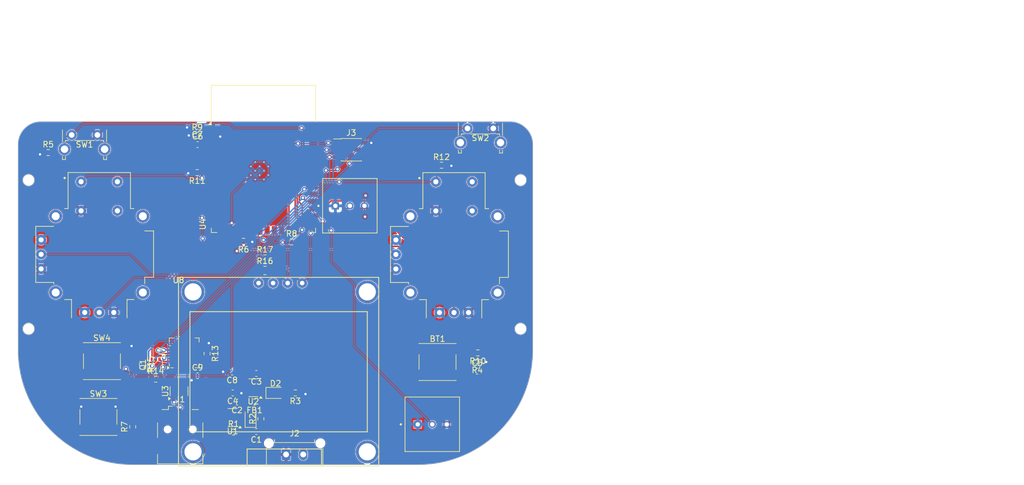
<source format=kicad_pcb>
(kicad_pcb (version 20241229) (generator "pcbnew") (generator_version "9.0")
  (layers (0 "F.Cu" signal) (2 "B.Cu" signal) (13 "F.Paste" user) (15 "B.Paste" user) (5 "F.SilkS" user "F.Silkscreen") (7 "B.SilkS" user "B.Silkscreen") (1 "F.Mask" user) (3 "B.Mask" user) (25 "Edge.Cuts" user))
  (net 0 "")
  (net 1 "VIN")
  (net 2 "GND")
  (net 3 "BT")
  (net 4 "+3.3V")
  (net 5 "EN")
  (net 6 "Net-(D1-A)")
  (net 7 "RX")
  (net 8 "TX")
  (net 9 "Net-(U2-EN)")
  (net 10 "IO13")
  (net 11 "IO15")
  (net 12 "IO12")
  (net 13 "IO35")
  (net 14 "+5V")
  (net 15 "Net-(D2-A)")
  (net 16 "Net-(D1-K)")
  (net 17 "IO5")
  (net 18 "Net-(J1-D+)")
  (net 19 "Net-(Q1A-E1)")
  (net 20 "Net-(Q1B-E2)")
  (net 21 "Net-(Q1A-B1)")
  (net 22 "Net-(Q1B-B2)")
  (net 23 "USBN")
  (net 24 "USBP")
  (net 28 "Net-(J1-D-)")
  (net 29 "IO4")
  (net 30 "IO17")
  (net 31 "IO18")
  (net 32 "Net-(U1-PROG)")
  (net 34 "IO2")
  (net 35 "IO19")
  (net 36 "Net-(U7-~{RST})")
  (net 38 "/STDEsp32/GPIO34")
  (net 42 "IO14")
  (net 43 "/STDEsp32/GPIO32")
  (net 45 "/STDEsp32/GPIO27")
  (net 47 "IO16")
  (net 50 "/STDEsp32/GPIO25")
  (net 51 "SCL")
  (net 52 "/STDEsp32/GPIO23")
  (net 53 "+3V3")
  (net 55 "/STDEsp32/GPIO33")
  (net 56 "/STDEsp32/GPIO26")
  (net 78 "SDA")
  (net 79 "GNDD")
  (footprint "Resistor_SMD:R_0603_1608Metric" (layer "F.Cu") (at 64.2 122.325 -90)
    (property "Reference" "R13")
    (property "Value" "1k")
  )
  (footprint "GL_Diverse:POT-COM_09806" (layer "F.Cu") (at 103.56 134.7)
    (property "Reference" "POT1" (hide yes))
    (property "Value" "COM-09806" (hide yes))
  )
  (footprint "GL_Display:1.3 IIC display" (layer "F.Cu") (at 59.2 109)
    (property "Reference" "U8")
    (property "Value" "OLED128x64")
  )
  (footprint "Package_TO_SOT_SMD:SOT-363_SC-70-6" (layer "F.Cu") (at 55.23 124.27 90)
    (property "Reference" "Q1")
    (property "Value" "BC846BS")
  )
  (footprint "RF_Module:ESP32-WROOM-32" (layer "F.Cu") (at 74.055 91.285)
    (property "Reference" "U4")
    (property "Value" "ESP32-WROOM-32")
  )
  (footprint "Package_TO_SOT_SMD:SOT-23-5" (layer "F.Cu") (at 72.2875 128.3 180)
    (property "Reference" "U2")
    (property "Value" "AP2112K-3.3")
  )
  (footprint "Resistor_SMD:R_0603_1608Metric" (layer "F.Cu") (at 73.6 133.725 90)
    (property "Reference" "R2")
    (property "Value" "330")
  )
  (footprint "Capacitor_SMD:C_0603_1608Metric" (layer "F.Cu") (at 72.8 125.8 180)
    (property "Reference" "C3")
    (property "Value" "1uF")
  )
  (footprint "Button_Switch_THT:SW_Tactile_SPST_Angled_PTS645Vx39-2LFS" (layer "F.Cu") (at 40.525 84.1125)
    (property "Reference" "SW1")
    (property "Value" "SW_Push")
  )
  (footprint "LED_SMD:LED_0805_2012Metric" (layer "F.Cu") (at 76.1625 129.2)
    (property "Reference" "D2")
    (property "Value" "PWR ON")
  )
  (footprint "Resistor_SMD:R_0603_1608Metric" (layer "F.Cu") (at 79.625 129.2 180)
    (property "Reference" "R3")
    (property "Value" "330")
  )
  (footprint "LED_SMD:LED_0805_2012Metric" (layer "F.Cu") (at 71.8 133.5375 90)
    (property "Reference" "D1" (hide yes))
    (property "Value" "Chrg" (hide yes))
  )
  (footprint "Capacitor_SMD:C_0603_1608Metric" (layer "F.Cu") (at 62.525 126.2)
    (property "Reference" "C9")
    (property "Value" "10u")
  )
  (footprint "Inductor_SMD:L_0603_1608Metric" (layer "F.Cu") (at 72.4875 130.8 180)
    (property "Reference" "FB1")
    (property "Value" "Ferrite Bead")
  )
  (footprint "Button_Switch_SMD:SW_SPST_PTS645" (layer "F.Cu") (at 45.2 133.4)
    (property "Reference" "SW3")
    (property "Value" "SW_Push")
  )
  (footprint "Resistor_SMD:R_0603_1608Metric" (layer "F.Cu") (at 51.2 135.125 90)
    (property "Reference" "R7")
    (property "Value" "4.7k")
  )
  (footprint "Capacitor_SMD:C_0603_1608Metric" (layer "F.Cu") (at 72.8 135.95 180)
    (property "Reference" "C1")
    (property "Value" "1uF")
  )
  (footprint "Resistor_SMD:R_0603_1608Metric" (layer "F.Cu") (at 36.425 87.2)
    (property "Reference" "R5")
    (property "Value" "4.7k")
  )
  (footprint "Resistor_SMD:R_0603_1608Metric" (layer "F.Cu") (at 105.175 89.4)
    (property "Reference" "R12")
    (property "Value" "4.7k")
  )
  (footprint "Connector_PinHeader_1.27mm:PinHeader_2x03_P1.27mm_Vertical_SMD" (layer "F.Cu") (at 89.4 86.7)
    (property "Reference" "J3")
    (property "Value" "Prog")
  )
  (footprint "Package_DFN_QFN:QFN-28-1EP_5x5mm_P0.5mm_EP3.35x3.35mm" (layer "F.Cu") (at 60.2 122.2 90)
    (property "Reference" "U7")
    (property "Value" "CP2102N-Axx-xQFN28")
  )
  (footprint "Button_Switch_SMD:SW_SPST_PTS645" (layer "F.Cu") (at 104.48 123.8)
    (property "Reference" "BT1")
    (property "Value" "SW_Push")
  )
  (footprint "Resistor_SMD:R_0603_1608Metric" (layer "F.Cu") (at 52.9 124.2 -90)
    (property "Reference" "R15")
    (property "Value" "10k")
  )
  (footprint "Resistor_SMD:R_0603_1608Metric" (layer "F.Cu") (at 55.225 126.8)
    (property "Reference" "R14")
    (property "Value" "10k")
  )
  (footprint "Connector_Molex:Molex_Micro-Fit_3.0_43650-0215_1x02_P3.00mm_Vertical" (layer "F.Cu") (at 78 139.96)
    (property "Reference" "J2")
    (property "Value" "Bat")
  )
  (footprint "Package_TO_SOT_SMD:SOT-23-6" (layer "F.Cu") (at 59.3 128.9 90)
    (property "Reference" "U3")
    (property "Value" "USBLC6-2SC6")
  )
  (footprint "Capacitor_SMD:C_0603_1608Metric" (layer "F.Cu") (at 68.675 129.2 180)
    (property "Reference" "C4")
    (property "Value" "1uF")
  )
  (footprint "Resistor_SMD:R_0603_1608Metric" (layer "F.Cu") (at 78.975 102.8)
    (property "Reference" "R8")
    (property "Value" "4.7k")
  )
  (footprint "Resistor_SMD:R_0603_1608Metric" (layer "F.Cu") (at 62.475 84.2)
    (property "Reference" "R9")
    (property "Value" "10K")
  )
  (footprint "Capacitor_SMD:C_0603_1608Metric" (layer "F.Cu") (at 111.4 125.4)
    (property "Reference" "C5")
    (property "Value" "0.1uf")
  )
  (footprint "Capacitor_SMD:C_0603_1608Metric" (layer "F.Cu") (at 69.425 130.8 180)
    (property "Reference" "C2")
    (property "Value" "10nF")
  )
  (footprint "Button_Switch_SMD:SW_SPST_PTS645" (layer "F.Cu") (at 45.82 123.65)
    (property "Reference" "SW4")
    (property "Value" "SW_Push")
  )
  (footprint "Capacitor_SMD:C_0603_1608Metric" (layer "F.Cu") (at 68.575 125.55 180)
    (property "Reference" "C8")
    (property "Value" "0.1uf")
  )
  (footprint "Resistor_SMD:R_0603_1608Metric" (layer "F.Cu") (at 68.825 136.05)
    (property "Reference" "R1")
    (property "Value" "2k")
  )
  (footprint "GL_Diverse:POT-COM-09032" (layer "F.Cu") (at 45.35 104.981281)
    (property "Reference" "U5" (hide yes))
    (property "Value" "COM-09032" (hide yes))
  )
  (footprint "Resistor_SMD:R_0603_1608Metric" (layer "F.Cu") (at 62.475 90.7 180)
    (property "Reference" "R11")
    (property "Value" "4.7k")
  )
  (footprint "Capacitor_SMD:C_0603_1608Metric" (layer "F.Cu") (at 62.525 85.8)
    (property "Reference" "C6")
    (property "Value" "0.1uf")
  )
  (footprint "Capacitor_SMD:C_0603_1608Metric" (layer "F.Cu") (at 62.475 82.6 180)
    (property "Reference" "C7")
    (property "Value" "0.1uf")
  )
  (footprint "Resistor_SMD:R_0805_2012Metric" (layer "F.Cu") (at 74.3125 107.8)
    (property "Reference" "R16")
    (property "Value" "10k")
  )
  (footprint "Resistor_SMD:R_0603_1608Metric" (layer "F.Cu") (at 111.525 122.2 180)
    (property "Reference" "R10")
    (property "Value" "10K")
  )
  (footprint "Package_TO_SOT_SMD:SOT-23-5" (layer "F.Cu") (at 68.6625 133.5 180)
    (property "Reference" "U1")
    (property "Value" "MCP73832-2-OT")
  )
  (footprint "Resistor_SMD:R_0603_1608Metric" (layer "F.Cu") (at 70.575 102.7 180)
    (property "Reference" "R6")
    (property "Value" "4.7k")
  )
  (footprint "Resistor_SMD:R_0805_2012Metric" (layer "F.Cu") (at 74.3125 105.8)
    (property "Reference" "R17")
    (property "Value" "10k")
  )
  (footprint "GL_Diverse:POT-COM-09032" (layer "F.Cu") (at 107.36 105)
    (property "Reference" "U6" (hide yes))
    (property "Value" "COM-09032" (hide yes))
  )
  (footprint "Button_Switch_THT:SW_Tactile_SPST_Angled_PTS645Vx39-2LFS" (layer "F.Cu") (at 109.725 82.9625)
    (property "Reference" "SW2")
    (property "Value" "SW_Push")
  )
  (footprint "Resistor_SMD:R_0603_1608Metric" (layer "F.Cu") (at 111.425 123.8 180)
    (property "Reference" "R4")
    (property "Value" "4.7k")
  )
  (footprint "GL_Diverse:POT-COM_09806" (layer "F.Cu") (at 89.16 96.5)
    (property "Reference" "POT2" (hide yes))
    (property "Value" "COM-09806" (hide yes))
  )
  (footprint "Connector_USB:USB_Mini-B_Wuerth_65100516121_Horizontal" (layer "F.Cu") (at 59.5 135.575)
    (property "Reference" "J1")
    (property "Value" "USB_A")
  )
  (gr_circle (center 119 118) (end 120 118) (stroke (width 0.1)) (fill no) (layer "Edge.Cuts"))
  (gr_line (start 121.15 121.765) (end 121.15 85.765) (stroke (width 0.1)) (layer "Edge.Cuts"))
  (gr_arc (start 121.15 121.765) (mid 115.292136 135.907136) (end 101.15 141.765) (stroke (width 0.1)) (layer "Edge.Cuts"))
  (gr_arc (start 31.15 85.765) (mid 32.321573 82.936573) (end 35.15 81.765) (stroke (width 0.1)) (layer "Edge.Cuts"))
  (gr_arc (start 117.15 81.765) (mid 119.978427 82.936573) (end 121.15 85.765) (stroke (width 0.1)) (layer "Edge.Cuts"))
  (gr_arc (start 51.15 141.765) (mid 37.007864 135.907136) (end 31.15 121.765) (stroke (width 0.1)) (layer "Edge.Cuts"))
  (gr_line (start 35.15 81.765) (end 117.15 81.765) (stroke (width 0.1)) (layer "Edge.Cuts"))
  (gr_circle (center 119 92) (end 120 92) (stroke (width 0.1)) (fill no) (layer "Edge.Cuts"))
  (gr_circle (center 33 92) (end 34 92) (stroke (width 0.1)) (fill no) (layer "Edge.Cuts"))
  (gr_circle (center 33 118) (end 34 118) (stroke (width 0.1)) (fill no) (layer "Edge.Cuts"))
  (gr_line (start 31.15 85.765) (end 31.15 121.765) (stroke (width 0.1)) (layer "Edge.Cuts"))
  (gr_line (start 51.15 141.765) (end 101.15 141.765) (stroke (width 0.1)) (layer "Edge.Cuts"))
  (segment (start 74.91 131.9) (end 73.4 131.9) (width 1) (layer "F.Cu") (net 1))
  (segment (start 69.8 131.2) (end 70.2 130.8) (width 0.25) (layer "F.Cu") (net 1))
  (segment (start 81 138) (end 81 139.96) (width 1) (layer "F.Cu") (net 1))
  (segment (start 80.2 137.19) (end 80.2 137.2) (width 1) (layer "F.Cu") (net 1))
  (segment (start 71.7 130.8) (end 70.2 130.8) (width 0.25) (layer "F.Cu") (net 1))
  (segment (start 71.7 130.8) (end 72.8 131.9) (width 0.25) (layer "F.Cu") (net 1))
  (segment (start 80.2 137.19) (end 74.91 131.9) (width 1) (layer "F.Cu") (net 1))
  (segment (start 72.8 131.9) (end 73.4 131.9) (width 0.25) (layer "F.Cu") (net 1))
  (segment (start 80.2 137.2) (end 81 138) (width 1) (layer "F.Cu") (net 1))
  (segment (start 69.8 132.55) (end 69.8 131.2) (width 0.25) (layer "F.Cu") (net 1))
  (segment (start 91.7 98.3) (end 91.8 98.4) (width 0.25) (layer "F.Cu") (net 2))
  (segment (start 91.7 96.5) (end 91.7 98.3) (width 0.25) (layer "F.Cu") (net 2))
  (segment (start 59.4 129.1) (end 60.8 129.1) (width 0.25) (layer "F.Cu") (net 2))
  (segment (start 73.425 128.3) (end 74.325 128.3) (width 0.25) (layer "F.Cu") (net 2))
  (segment (start 68.345 99.655) (end 68.5 99.5) (width 0.25) (layer "F.Cu") (net 2))
  (segment (start 79.775 102.775) (end 79.8 102.8) (width 0.25) (layer "F.Cu") (net 2))
  (segment (start 74.325 128.3) (end 75.225 129.2) (width 0.25) (layer "F.Cu") (net 2))
  (segment (start 72.025 135.95) (end 72.726 135.249) (width 0.25) (layer "F.Cu") (net 2))
  (segment (start 63.25 82.6) (end 63.8 82.6) (width 0.25) (layer "F.Cu") (net 2))
  (segment (start 72.19608 133.5) (end 69.8 133.5) (width 0.25) (layer "F.Cu") (net 2))
  (segment (start 72.726 134.02992) (end 72.19608 133.5) (width 0.25) (layer "F.Cu") (net 2))
  (segment (start 60.3 132.975) (end 61.1 132.975) (width 0.25) (layer "F.Cu") (net 2))
  (segment (start 72.726 135.249) (end 72.726 134.02992) (width 0.25) (layer "F.Cu") (net 2))
  (segment (start 65.305 83.035) (end 64.235 83.035) (width 0.25) (layer "F.Cu") (net 2))
  (segment (start 64.235 83.035) (end 64 82.8) (width 0.25) (layer "F.Cu") (net 2))
  (segment (start 59.3 129.2) (end 59.4 129.1) (width 0.25) (layer "F.Cu") (net 2))
  (segment (start 63.8 82.6) (end 64 82.8) (width 0.25) (layer "F.Cu") (net 2))
  (segment (start 68.345 100.795) (end 68.345 99.655) (width 0.25) (layer "F.Cu") (net 2))
  (segment (start 59.3 130.0375) (end 59.3 129.2) (width 0.25) (layer "F.Cu") (net 2))
  (via (at 91.8 98.4) (size 0.8) (drill 0.4) (layers "F.Cu" "B.Cu") (net 2))
  (via (at 69.4 104.4) (size 0.8) (drill 0.4) (layers "F.Cu" "B.Cu") (net 2))
  (via (at 70.6 103.4) (size 0.8) (drill 0.4) (layers "F.Cu" "B.Cu") (net 2))
  (via (at 68.5 99.5) (size 0.8) (drill 0.4) (layers "F.Cu" "B.Cu") (net 2))
  (via (at 91.9 94.7) (size 0.8) (drill 0.4) (layers "F.Cu" "B.Cu") (net 2))
  (segment (start 74.1375 91.9) (end 72.6125 91.9) (width 0.25) (layer "B.Cu") (net 2))
  (segment (start 72.6125 90.375) (end 71.85 89.6125) (width 0.25) (layer "B.Cu") (net 2))
  (segment (start 73.375 89.6125) (end 72.6125 90.375) (width 0.25) (layer "B.Cu") (net 2))
  (segment (start 69.6 104.4) (end 70.6 103.4) (width 0.25) (layer "B.Cu") (net 2))
  (segment (start 91.7 96.5) (end 91.7 94.9) (width 0.25) (layer "B.Cu") (net 2))
  (segment (start 74.9 91.1375) (end 74.9 89.6125) (width 0.25) (layer "B.Cu") (net 2))
  (segment (start 74.1375 88.85) (end 72.6125 88.85) (width 0.25) (layer "B.Cu") (net 2))
  (segment (start 68.5 99.5) (end 68.5 94.4875) (width 0.25) (layer "B.Cu") (net 2))
  (segment (start 74.1375 90.375) (end 73.375 91.1375) (width 0.25) (layer "B.Cu") (net 2))
  (segment (start 74.1375 91.9) (end 74.9 91.1375) (width 0.25) (layer "B.Cu") (net 2))
  (segment (start 74.9 89.6125) (end 74.1375 88.85) (width 0.25) (layer "B.Cu") (net 2))
  (segment (start 73.375 89.6125) (end 74.1375 90.375) (width 0.25) (layer "B.Cu") (net 2))
  (segment (start 69.4 104.4) (end 69.6 104.4) (width 0.25) (layer "B.Cu") (net 2))
  (segment (start 72.6125 88.85) (end 71.85 89.6125) (width 0.25) (layer "B.Cu") (net 2))
  (segment (start 68.5 94.4875) (end 71.85 91.1375) (width 0.25) (layer "B.Cu") (net 2))
  (segment (start 72.6125 91.9) (end 71.85 91.1375) (width 0.25) (layer "B.Cu") (net 2))
  (segment (start 91.7 94.9) (end 91.9 94.7) (width 0.25) (layer "B.Cu") (net 2))
  (segment (start 82.805 99.545) (end 84.055 99.545) (width 0.25) (layer "F.Cu") (net 3))
  (segment (start 89.1 89.1) (end 91.35 89.1) (width 0.254) (layer "F.Cu") (net 3))
  (segment (start 98.315 123.865) (end 98.315 104.228151) (width 0.25) (layer "F.Cu") (net 3))
  (segment (start 92.479388 103.575) (end 88.449388 99.545) (width 0.25) (layer "F.Cu") (net 3))
  (segment (start 110.7 122.2) (end 110.7 123.7) (width 0.25) (layer "F.Cu") (net 3))
  (segment (start 88.449388 99.545) (end 82.805 99.545) (width 0.25) (layer "F.Cu") (net 3))
  (segment (start 55.88 125.22) (end 55.98 125.22) (width 0.254) (layer "F.Cu") (net 3))
  (segment (start 109.11 125.4) (end 108.46 126.05) (width 0.25) (layer "F.Cu") (net 3))
  (segment (start 98.315 104.228151) (end 97.661849 103.575) (width 0.25) (layer "F.Cu") (net 3))
  (segment (start 110.625 125.4) (end 109.11 125.4) (width 0.25) (layer "F.Cu") (net 3))
  (segment (start 55.98 125.22) (end 56.5 124.7) (width 0.254) (layer "F.Cu") (net 3))
  (segment (start 91.35 89.1) (end 91.35 87.97) (width 0.25) (layer "F.Cu") (net 3))
  (segment (start 97.661849 103.575) (end 92.479388 103.575) (width 0.25) (layer "F.Cu") (net 3))
  (segment (start 110.625 123.825) (end 110.6 123.8) (width 0.25) (layer "F.Cu") (net 3))
  (segment (start 110.7 123.7) (end 110.6 123.8) (width 0.25) (layer "F.Cu") (net 3))
  (segment (start 110.625 125.4) (end 110.625 123.825) (width 0.25) (layer "F.Cu") (net 3))
  (segment (start 108.46 126.05) (end 100.5 126.05) (width 0.25) (layer "F.Cu") (net 3))
  (segment (start 84.055 99.545) (end 84.4 99.2) (width 0.25) (layer "F.Cu") (net 3))
  (segment (start 100.5 126.05) (end 98.315 123.865) (width 0.25) (layer "F.Cu") (net 3))
  (via (at 89.1 89.1) (size 0.8) (drill 0.4) (layers "F.Cu" "B.Cu") (net 3))
  (via (at 84.4 99.2) (size 0.8) (drill 0.4) (layers "F.Cu" "B.Cu") (net 3))
  (via (at 56.5 124.7) (size 0.8) (drill 0.4) (layers "F.Cu" "B.Cu") (net 3))
  (segment (start 83.207276 95.207276) (end 89.1 89.314552) (width 0.254) (layer "B.Cu") (net 3))
  (segment (start 57.327 121.087552) (end 81.807276 96.607276) (width 0.254) (layer "B.Cu") (net 3))
  (segment (start 57.327 123.873) (end 57.327 121.087552) (width 0.254) (layer "B.Cu") (net 3))
  (segment (start 56.5 124.7) (end 57.327 123.873) (width 0.254) (layer "B.Cu") (net 3))
  (segment (start 84.4 99.2) (end 81.807276 96.607276) (width 0.25) (layer "B.Cu") (net 3))
  (segment (start 81.807276 96.607276) (end 83.207276 95.207276) (width 0.254) (layer "B.Cu") (net 3))
  (segment (start 89.1 89.314552) (end 89.1 89.1) (width 0.254) (layer "B.Cu") (net 3))
  (segment (start 71.4 102.7) (end 72 102.7) (width 0.25) (layer "F.Cu") (net 4))
  (segment (start 66.405 84.305) (end 66.5 84.4) (width 0.25) (layer "F.Cu") (net 4))
  (segment (start 50.6 121.4) (end 51 121) (width 0.25) (layer "F.Cu") (net 4))
  (segment (start 61.75 124.7) (end 61.7 124.65) (width 0.25) (layer "F.Cu") (net 4))
  (segment (start 112.25 123.8) (end 112.25 122.3) (width 0.25) (layer "F.Cu") (net 4))
  (segment (start 49.8 121.4) (end 41.84 121.4) (width 0.25) (layer "F.Cu") (net 4))
  (segment (start 112.25 122.3) (end 112.35 122.2) (width 0.25) (layer "F.Cu") (net 4))
  (segment (start 61.65 84.2) (end 61 84.2) (width 0.25) (layer "F.Cu") (net 4))
  (segment (start 67.05 125.55) (end 67 125.5) (width 0.25) (layer "F.Cu") (net 4))
  (segment (start 64.2 120.8) (end 64.5 120.5) (width 0.25) (layer "F.Cu") (net 4))
  (segment (start 35.6 87.2) (end 35.3 87.2) (width 0.25) (layer "F.Cu") (net 4))
  (segment (start 60.9 82.6) (end 60.7 82.8) (width 0.25) (layer "F.Cu") (net 4))
  (segment (start 61.7 82.6) (end 60.9 82.6) (width 0.25) (layer "F.Cu") (net 4))
  (segment (start 61.75 126.2) (end 61.75 126.75) (width 0.25) (layer "F.Cu") (net 4))
  (segment (start 72 102.7) (end 72.1 102.8) (width 0.25) (layer "F.Cu") (net 4))
  (segment (start 91.35 85.43) (end 92.83 85.43) (width 0.25) (layer "F.Cu") (net 4))
  (segment (start 61.75 126.75) (end 61.5 127) (width 0.25) (layer "F.Cu") (net 4))
  (segment (start 35.3 87.2) (end 35 87.5) (width 0.25) (layer "F.Cu") (net 4))
  (segment (start 61.65 90.7) (end 61 90.7) (width 0.25) (layer "F.Cu") (net 4))
  (segment (start 71.15 129.25) (end 70.2 129.25) (width 0.25) (layer "F.Cu") (net 4))
  (segment (start 61 90.7) (end 60.9 90.8) (width 0.25) (layer "F.Cu") (net 4))
  (segment (start 41.75 131.15) (end 42.2 131.6) (width 0.25) (layer "F.Cu") (net 4))
  (segment (start 106.8 89.4) (end 106.9 89.5) (width 0.25) (layer "F.Cu") (net 4))
  (segment (start 48.65 131.15) (end 48.2 131.6) (width 0.25) (layer "F.Cu") (net 4))
  (segment (start 67.8 125.55) (end 67.05 125.55) (width 0.25) (layer "F.Cu") (net 4))
  (segment (start 80.45 129.2) (end 81.2 129.2) (width 0.25) (layer "F.Cu") (net 4))
  (segment (start 61.2 124.65) (end 61.7 124.65) (width 0.25) (layer "F.Cu") (net 4))
  (segment (start 70.15 129.2) (end 70.2 129.25) (width 0.25) (layer "F.Cu") (net 4))
  (segment (start 49.18 131.15) (end 48.65 131.15) (width 0.25) (layer "F.Cu") (net 4))
  (segment (start 92.83 85.43) (end 92.9 85.5) (width 0.25) (layer "F.Cu") (net 4))
  (segment (start 41.22 131.15) (end 41.75 131.15) (width 0.25) (layer "F.Cu") (net 4))
  (segment (start 61.75 126.2) (end 61.75 124.7) (width 0.25) (layer "F.Cu") (net 4))
  (segment (start 112.25 123.8) (end 113 123.8) (width 0.25) (layer "F.Cu") (net 4))
  (segment (start 106 89.4) (end 106.8 89.4) (width 0.25) (layer "F.Cu") (net 4))
  (segment (start 49.8 121.4) (end 50.6 121.4) (width 0.25) (layer "F.Cu") (net 4))
  (segment (start 81.2 129.2) (end 81.4 129.4) (width 0.25) (layer "F.Cu") (net 4))
  (segment (start 64.2 121.5) (end 64.2 120.8) (width 0.25) (layer "F.Cu") (net 4))
  (segment (start 65.305 84.305) (end 66.405 84.305) (width 0.25) (layer "F.Cu") (net 4))
  (segment (start 69.45 129.2) (end 70.15 129.2) (width 0.25) (layer "F.Cu") (net 4))
  (via (at 92.9 85.5) (size 0.8) (drill 0.4) (layers "F.Cu" "B.Cu") (net 4))
  (via (at 72.1 102.8) (size 0.8) (drill 0.4) (layers "F.Cu" "B.Cu") (net 4))
  (via (at 42.2 131.6) (size 0.8) (drill 0.4) (layers "F.Cu" "B.Cu") (net 4))
  (via (at 64.5 120.5) (size 0.8) (drill 0.4) (layers "F.Cu" "B.Cu") (net 4))
  (via (at 51 121) (size 0.8) (drill 0.4) (layers "F.Cu" "B.Cu") (net 4))
  (via (at 70.2 129.25) (size 0.8) (drill 0.4) (layers "F.Cu" "B.Cu") (net 4))
  (via (at 48.2 131.6) (size 0.8) (drill 0.4) (layers "F.Cu" "B.Cu") (net 4))
  (via (at 60.7 82.8) (size 0.8) (drill 0.4) (layers "F.Cu" "B.Cu") (net 4))
  (via (at 35 87.5) (size 0.8) (drill 0.4) (layers "F.Cu" "B.Cu") (net 4))
  (via (at 113 123.8) (size 0.8) (drill 0.4) (layers "F.Cu" "B.Cu") (net 4))
  (via (at 61 84.2) (size 0.8) (drill 0.4) (layers "F.Cu" "B.Cu") (net 4))
  (via (at 81.4 129.4) (size 0.8) (drill 0.4) (layers "F.Cu" "B.Cu") (net 4))
  (via (at 67 125.5) (size 0.8) (drill 0.4) (layers "F.Cu" "B.Cu") (net 4))
  (via (at 66.5 84.4) (size 0.8) (drill 0.4) (layers "F.Cu" "B.Cu") (net 4))
  (via (at 60.9 90.8) (size 0.8) (drill 0.4) (layers "F.Cu" "B.Cu") (net 4))
  (via (at 106.9 89.5) (size 0.8) (drill 0.4) (layers "F.Cu" "B.Cu") (net 4))
  (via (at 61.5 127) (size 0.8) (drill 0.4) (layers "F.Cu" "B.Cu") (net 4))
  (segment (start 61.2 84.4) (end 61 84.2) (width 0.25) (layer "B.Cu") (net 4))
  (segment (start 60.7 82.8) (end 60.7 83.9) (width 0.25) (layer "B.Cu") (net 4))
  (segment (start 60.7 83.9) (end 61 84.2) (width 0.25) (layer "B.Cu") (net 4))
  (segment (start 66.5 84.4) (end 61.2 84.4) (width 0.25) (layer "B.Cu") (net 4))
  (segment (start 60.9 90.8) (end 61 90.7) (width 0.25) (layer "B.Cu") (net 4))
  (segment (start 61 90.7) (end 61 84.2) (width 0.25) (layer "B.Cu") (net 4))
  (segment (start 63.3 98.6) (end 62.674 97.974) (width 0.25) (layer "F.Cu") (net 5))
  (segment (start 54.58 123.32) (end 54.58 112.62) (width 0.25) (layer "F.Cu") (net 5))
  (segment (start 62.674 86.426) (end 63.3 85.8) (width 0.25) (layer "F.Cu") (net 5))
  (segment (start 65.305 85.575) (end 63.525 85.575) (width 0.25) (layer "F.Cu") (net 5))
  (segment (start 63.425 103.775) (end 63.425 102.2) (width 0.25) (layer "F.Cu") (net 5))
  (segment (start 85.4 85.5) (end 87.38 85.5) (width 0.25) (layer "F.Cu") (net 5))
  (segment (start 65.305 85.575) (end 80.075 85.575) (width 0.25) (layer "F.Cu") (net 5))
  (segment (start 54.58 112.62) (end 59 108.2) (width 0.25) (layer "F.Cu") (net 5))
  (segment (start 80.075 85.575) (end 80.1 85.6) (width 0.25) (layer "F.Cu") (net 5))
  (segment (start 62.674 97.974) (end 62.674 86.426) (width 0.25) (layer "F.Cu") (net 5))
  (segment (start 87.38 85.5) (end 87.45 85.43) (width 0.25) (layer "F.Cu") (net 5))
  (segment (start 59 108.2) (end 63.425 103.775) (width 0.25) (layer "F.Cu") (net 5))
  (segment (start 63.525 85.575) (end 63.3 85.8) (width 0.25) (layer "F.Cu") (net 5))
  (segment (start 63.3 84.2) (end 63.3 85.8) (width 0.25) (layer "F.Cu") (net 5))
  (via (at 63.425 102.2) (size 0.8) (drill 0.4) (layers "F.Cu" "B.Cu") (net 5))
  (via (at 80.1 85.6) (size 0.8) (drill 0.4) (layers "F.Cu" "B.Cu") (net 5))
  (via (at 63.3 98.6) (size 0.8) (drill 0.4) (layers "F.Cu" "B.Cu") (net 5))
  (via (at 85.4 85.5) (size 0.8) (drill 0.4) (layers "F.Cu" "B.Cu") (net 5))
  (segment (start 63.425 98.725) (end 63.3 98.6) (width 0.25) (layer "B.Cu") (net 5))
  (segment (start 63.425 102.2) (end 63.425 98.725) (width 0.25) (layer "B.Cu") (net 5))
  (segment (start 85.3 85.6) (end 85.4 85.5) (width 0.25) (layer "B.Cu") (net 5))
  (segment (start 80.1 85.6) (end 85.3 85.6) (width 0.25) (layer "B.Cu") (net 5))
  (segment (start 72.1 132.9) (end 71.8 132.6) (width 0.25) (layer "F.Cu") (net 6))
  (segment (start 73.6 132.9) (end 72.1 132.9) (width 0.25) (layer "F.Cu") (net 6))
  (segment (start 87.45 87.97) (end 85.6 87.97) (width 0.25) (layer "F.Cu") (net 7))
  (segment (start 57.075 122.7) (end 56.7 123.075) (width 0.254) (layer "F.Cu") (net 7))
  (segment (start 82.95 87.97) (end 82.805 88.115) (width 0.25) (layer "F.Cu") (net 7))
  (segment (start 57.75 122.7) (end 57.075 122.7) (width 0.254) (layer "F.Cu") (net 7))
  (segment (start 85.6 87.97) (end 82.95 87.97) (width 0.25) (layer "F.Cu") (net 7))
  (via (at 85.6 87.97) (size 0.8) (drill 0.4) (layers "F.Cu" "B.Cu") (net 7))
  (via (at 56.7 123.075) (size 0.8) (drill 0.4) (layers "F.Cu" "B.Cu") (net 7))
  (segment (start 53.973 124.759712) (end 53.973 121.927) (width 0.254) (layer "B.Cu") (net 7))
  (segment (start 85.6 91.813288) (end 85.6 87.97) (width 0.254) (layer "B.Cu") (net 7))
  (segment (start 57.213288 120.2) (end 85.6 91.813288) (width 0.254) (layer "B.Cu") (net 7))
  (segment (start 56.7 123.286712) (end 54.859712 125.127) (width 0.254) (layer "B.Cu") (net 7))
  (segment (start 53.973 121.927) (end 55.7 120.2) (width 0.254) (layer "B.Cu") (net 7))
  (segment (start 54.859712 125.127) (end 54.340288 125.127) (width 0.254) (layer "B.Cu") (net 7))
  (segment (start 55.7 120.2) (end 57.213288 120.2) (width 0.254) (layer "B.Cu") (net 7))
  (segment (start 56.7 123.075) (end 56.7 123.286712) (width 0.254) (layer "B.Cu") (net 7))
  (segment (start 54.340288 125.127) (end 53.973 124.759712) (width 0.254) (layer "B.Cu") (net 7))
  (segment (start 87.45 86.7) (end 85.1 86.7) (width 0.25) (layer "F.Cu") (net 8))
  (segment (start 82.95 86.7) (end 82.805 86.845) (width 0.25) (layer "F.Cu") (net 8))
  (segment (start 56.222315 122.327) (end 55.655715 121.7604) (width 0.254) (layer "F.Cu") (net 8))
  (segment (start 57.623 122.327) (end 56.222315 122.327) (width 0.254) (layer "F.Cu") (net 8))
  (segment (start 85.1 86.7) (end 82.95 86.7) (width 0.25) (layer "F.Cu") (net 8))
  (segment (start 57.75 122.2) (end 57.623 122.327) (width 0.254) (layer "F.Cu") (net 8))
  (via (at 55.655715 121.7604) (size 0.8) (drill 0.4) (layers "F.Cu" "B.Cu") (net 8))
  (via (at 85.1 86.7) (size 0.8) (drill 0.4) (layers "F.Cu" "B.Cu") (net 8))
  (segment (start 55.655715 121.757573) (end 56.859288 120.554) (width 0.254) (layer "B.Cu") (net 8))
  (segment (start 56.859288 120.554) (end 57.35992 120.554) (width 0.254) (layer "B.Cu") (net 8))
  (segment (start 55.655715 121.7604) (end 55.655715 121.757573) (width 0.254) (layer "B.Cu") (net 8))
  (segment (start 85.3 86.7) (end 85.1 86.7) (width 0.254) (layer "B.Cu") (net 8))
  (segment (start 57.35992 120.554) (end 86.227 91.68692) (width 0.254) (layer "B.Cu") (net 8))
  (segment (start 86.227 87.627) (end 85.3 86.7) (width 0.254) (layer "B.Cu") (net 8))
  (segment (start 86.227 91.68692) (end 86.227 87.627) (width 0.254) (layer "B.Cu") (net 8))
  (segment (start 73.275 129.4) (end 73.425 129.25) (width 0.254) (layer "F.Cu") (net 9))
  (segment (start 73.425 129.25) (end 72.762501 129.25) (width 0.25) (layer "F.Cu") (net 9))
  (segment (start 73.425 127.35) (end 73.425 125.95) (width 0.25) (layer "F.Cu") (net 9))
  (segment (start 72.5375 127.575001) (end 72.762501 127.35) (width 0.25) (layer "F.Cu") (net 9))
  (segment (start 72.762501 129.25) (end 72.5375 129.024999) (width 0.25) (layer "F.Cu") (net 9))
  (segment (start 73.425 125.95) (end 73.575 125.8) (width 0.25) (layer "F.Cu") (net 9))
  (segment (start 72.5375 129.024999) (end 72.5375 127.575001) (width 0.25) (layer "F.Cu") (net 9))
  (segment (start 72.762501 127.35) (end 73.425 127.35) (width 0.25) (layer "F.Cu") (net 9))
  (segment (start 73.275 130.8) (end 73.275 129.4) (width 0.254) (layer "F.Cu") (net 9))
  (segment (start 86.8 90.3) (end 87 90.1) (width 0.25) (layer "F.Cu") (net 10))
  (segment (start 74.063288 102.463288) (end 73.599 101.999) (width 0.25) (layer "F.Cu") (net 10))
  (segment (start 84.973 90.3) (end 86.8 90.3) (width 0.25) (layer "F.Cu") (net 10))
  (segment (start 69.615 100.795) (end 69.615 102.565) (width 0.25) (layer "F.Cu") (net 10))
  (segment (start 70.451 101.999) (end 69.75 102.7) (width 0.25) (layer "F.Cu") (net 10))
  (segment (start 73.599 101.999) (end 70.451 101.999) (width 0.25) (layer "F.Cu") (net 10))
  (segment (start 69.9 102.7) (end 69.75 102.7) (width 0.25) (layer "F.Cu") (net 10))
  (segment (start 69.615 102.565) (end 69.75 102.7) (width 0.25) (layer "F.Cu") (net 10))
  (via (at 74.063288 102.463288) (size 0.8) (drill 0.4) (layers "F.Cu" "B.Cu") (net 10))
  (via (at 84.973 90.3) (size 0.8) (drill 0.4) (layers "F.Cu" "B.Cu") (net 10))
  (via (at 87 90.1) (size 0.8) (drill 0.4) (layers "F.Cu" "B.Cu") (net 10))
  (segment (start 94.1375 82.9625) (end 109.725 82.9625) (width 0.25) (layer "B.Cu") (net 10))
  (segment (start 85 90.327) (end 84.973 90.3) (width 0.25) (layer "B.Cu") (net 10))
  (segment (start 85 91.915484) (end 85 90.6) (width 0.25) (layer "B.Cu") (net 10))
  (segment (start 74.452196 102.463288) (end 74.063288 102.463288) (width 0.25) (layer "B.Cu") (net 10))
  (segment (start 85 90.7) (end 85 90.327) (width 0.25) (layer "B.Cu") (net 10))
  (segment (start 85 90.6) (end 85 90.7) (width 0.25) (layer "B.Cu") (net 10))
  (segment (start 87 90.1) (end 94.1375 82.9625) (width 0.25) (layer "B.Cu") (net 10))
  (segment (start 74.807742 102.107742) (end 74.452196 102.463288) (width 0.25) (layer "B.Cu") (net 10))
  (segment (start 74.807742 102.107742) (end 85 91.915484) (width 0.25) (layer "B.Cu") (net 10))
  (segment (start 80.7 82.9) (end 81.1 83.3) (width 0.25) (layer "F.Cu") (net 11))
  (segment (start 78.8 95.6) (end 78.505 95.895) (width 0.25) (layer "F.Cu") (net 11))
  (segment (start 81.1 86.4) (end 78.8 88.7) (width 0.25) (layer "F.Cu") (net 11))
  (segment (start 39.8625 84.1125) (end 40.525 84.1125) (width 0.25) (layer "F.Cu") (net 11))
  (segment (start 37.25 87.2) (end 37.25 86.725) (width 0.25) (layer "F.Cu") (net 11))
  (segment (start 78.505 95.895) (end 78.505 100.795) (width 0.25) (layer "F.Cu") (net 11))
  (segment (start 81.1 83.3) (end 81.1 86.4) (width 0.25) (layer "F.Cu") (net 11))
  (segment (start 37.25 86.725) (end 39.8625 84.1125) (width 0.25) (layer "F.Cu") (net 11))
  (segment (start 78.8 88.7) (end 78.8 95.6) (width 0.25) (layer "F.Cu") (net 11))
  (via (at 80.7 82.9) (size 0.8) (drill 0.4) (layers "F.Cu" "B.Cu") (net 11))
  (segment (start 42.4635 82.174) (end 40.525 84.1125) (width 0.25) (layer "B.Cu") (net 11))
  (segment (start 68.931377 82.9) (end 68.205377 82.174) (width 0.25) (layer "B.Cu") (net 11))
  (segment (start 68.205377 82.174) (end 42.4635 82.174) (width 0.25) (layer "B.Cu") (net 11))
  (segment (start 80.7 82.9) (end 68.931377 82.9) (width 0.25) (layer "B.Cu") (net 11))
  (segment (start 64.255 99.545) (end 65.305 99.545) (width 0.25) (layer "F.Cu") (net 12))
  (segment (start 64.2 99.6) (end 64.255 99.545) (width 0.25) (layer "F.Cu") (net 12))
  (segment (start 62.8 103.75484) (end 62.8 100.2) (width 0.25) (layer "F.Cu") (net 12))
  (segment (start 50.181 134.649) (end 50.181 127.419) (width 0.25) (layer "F.Cu") (net 12))
  (segment (start 50.181 127.419) (end 52.199 125.401) (width 0.25) (layer "F.Cu") (net 12))
  (segment (start 63.4 99.6) (end 64.2 99.6) (width 0.25) (layer "F.Cu") (net 12))
  (segment (start 49.18 135.65) (end 50.9 135.65) (width 0.25) (layer "F.Cu") (net 12))
  (segment (start 50.9 135.65) (end 51.2 135.95) (width 0.25) (layer "F.Cu") (net 12))
  (segment (start 49.18 135.65) (end 50.181 134.649) (width 0.25) (layer "F.Cu") (net 12))
  (segment (start 62.8 100.2) (end 63.4 99.6) (width 0.25) (layer "F.Cu") (net 12))
  (segment (start 49.18 135.65) (end 41.22 135.65) (width 0.25) (layer "F.Cu") (net 12))
  (segment (start 52.199 125.401) (end 52.199 114.35584) (width 0.25) (layer "F.Cu") (net 12))
  (segment (start 52.199 114.35584) (end 62.8 103.75484) (width 0.25) (layer "F.Cu") (net 12))
  (segment (start 63.345 90.655) (end 63.3 90.7) (width 0.25) (layer "F.Cu") (net 13))
  (segment (start 65.305 90.655) (end 63.345 90.655) (width 0.25) (layer "F.Cu") (net 13))
  (segment (start 63.3 91.6) (end 63.3 90.7) (width 0.25) (layer "F.Cu") (net 13))
  (via (at 63.3 91.6) (size 0.8) (drill 0.4) (layers "F.Cu" "B.Cu") (net 13))
  (segment (start 42.175 92.281281) (end 43.29 91.166281) (width 0.25) (layer "B.Cu") (net 13))
  (segment (start 60.380983 91.166281) (end 60.814702 91.6) (width 0.25) (layer "B.Cu") (net 13))
  (segment (start 43.29 91.166281) (end 60.380983 91.166281) (width 0.25) (layer "B.Cu") (net 13))
  (segment (start 60.814702 91.6) (end 63.3 91.6) (width 0.25) (layer "B.Cu") (net 13))
  (segment (start 57.825 128.865514) (end 58.040514 128.65) (width 0.25) (layer "F.Cu") (net 14))
  (segment (start 59.3 128.009486) (end 59.940514 128.65) (width 0.25) (layer "F.Cu") (net 14))
  (segment (start 58.659486 128.65) (end 59.3 128.009486) (width 0.25) (layer "F.Cu") (net 14))
  (segment (start 59.940514 128.65) (end 61.13237 128.65) (width 0.25) (layer "F.Cu") (net 14))
  (segment (start 61.13237 128.65) (end 62.5 128.65) (width 0.25) (layer "F.Cu") (net 14))
  (segment (start 67.525 133.208884) (end 67.525 132.55) (width 0.25) (layer "F.Cu") (net 14))
  (segment (start 57.9 132.975) (end 57.825 132.9) (width 0.25) (layer "F.Cu") (net 14))
  (segment (start 73.575 135.95) (end 72.75 136.775) (width 0.25) (layer "F.Cu") (net 14))
  (segment (start 62.5 128.65) (end 62.525 128.625) (width 0.25) (layer "F.Cu") (net 14))
  (segment (start 59.3 127.7625) (end 59.3 128.009486) (width 0.25) (layer "F.Cu") (net 14))
  (segment (start 63.625 128.65) (end 61.13237 128.65) (width 0.254) (layer "F.Cu") (net 14))
  (segment (start 57.825 132.9) (end 57.825 128.865514) (width 0.25) (layer "F.Cu") (net 14))
  (segment (start 68.7 136.181582) (end 68.7 134.383884) (width 0.25) (layer "F.Cu") (net 14))
  (segment (start 58.040514 128.65) (end 58.659486 128.65) (width 0.25) (layer "F.Cu") (net 14))
  (segment (start 69.293418 136.775) (end 68.7 136.181582) (width 0.25) (layer "F.Cu") (net 14))
  (segment (start 62.525 123.825) (end 62.65 123.7) (width 0.25) (layer "F.Cu") (net 14))
  (segment (start 73.6 134.55) (end 73.6 135.925) (width 0.25) (layer "F.Cu") (net 14))
  (segment (start 62.525 128.625) (end 62.525 123.825) (width 0.25) (layer "F.Cu") (net 14))
  (segment (start 72.75 136.775) (end 69.293418 136.775) (width 0.25) (layer "F.Cu") (net 14))
  (segment (start 68.7 134.383884) (end 67.525 133.208884) (width 0.25) (layer "F.Cu") (net 14))
  (segment (start 67.525 132.55) (end 63.625 128.65) (width 0.254) (layer "F.Cu") (net 14))
  (segment (start 73.6 135.925) (end 73.575 135.95) (width 0.25) (layer "F.Cu") (net 14))
  (segment (start 78.8 129.2) (end 77.1 129.2) (width 0.25) (layer "F.Cu") (net 15))
  (segment (start 71.8 134.475) (end 69.825 134.475) (width 0.25) (layer "F.Cu") (net 16))
  (segment (start 69.825 134.475) (end 69.8 134.45) (width 0.25) (layer "F.Cu") (net 16))
  (segment (start 81.829 100.221) (end 81.829 99.529) (width 0.25) (layer "F.Cu") (net 17))
  (segment (start 83.781 99.9) (end 83.781 100.221) (width 0.25) (layer "F.Cu") (net 17))
  (segment (start 81.2019 94.465) (end 82.805 94.465) (width 0.25) (layer "F.Cu") (net 17))
  (segment (start 85.9 100.8) (end 85 99.9) (width 0.25) (layer "F.Cu") (net 17))
  (segment (start 80.315601 95.349297) (end 80.315601 94.830701) (width 0.25) (layer "F.Cu") (net 17))
  (segment (start 80.682303 94.463999) (end 81.200899 94.463999) (width 0.25) (layer "F.Cu") (net 17))
  (segment (start 85 99.9) (end 83.781 99.9) (width 0.25) (layer "F.Cu") (net 17))
  (segment (start 80.826316 98.526316) (end 80.826316 96.426316) (width 0.25) (layer "F.Cu") (net 17))
  (segment (start 80.8 96.4) (end 80.8 96.348632) (width 0.25) (layer "F.Cu") (net 17))
  (segment (start 83.781 100.221) (end 81.829 100.221) (width 0.25) (layer "F.Cu") (net 17))
  (segment (start 81.200899 94.463999) (end 81.2019 94.465) (width 0.25) (layer "F.Cu") (net 17))
  (segment (start 80.315601 94.830701) (end 80.682303 94.463999) (width 0.25) (layer "F.Cu") (net 17))
  (segment (start 80.8 96.348632) (end 80.3 95.848632) (width 0.25) (layer "F.Cu") (net 17))
  (segment (start 80.3 95.848632) (end 80.3 95.364898) (width 0.25) (layer "F.Cu") (net 17))
  (segment (start 81.829 99.529) (end 80.826316 98.526316) (width 0.25) (layer "F.Cu") (net 17))
  (segment (start 80.826316 96.426316) (end 80.8 96.4) (width 0.25) (layer "F.Cu") (net 17))
  (segment (start 80.3 95.364898) (end 80.315601 95.349297) (width 0.25) (layer "F.Cu") (net 17))
  (via (at 85.9 100.8) (size 0.8) (drill 0.4) (layers "F.Cu" "B.Cu") (net 17))
  (segment (start 89.974 121.114) (end 103.56 134.7) (width 0.25) (layer "B.Cu") (net 17))
  (segment (start 89.974 110.274) (end 89.974 121.114) (width 0.25) (layer "B.Cu") (net 17))
  (segment (start 85.9 106.2) (end 89.974 110.274) (width 0.25) (layer "B.Cu") (net 17))
  (segment (start 85.9 100.8) (end 85.9 106.2) (width 0.25) (layer "B.Cu") (net 17))
  (segment (start 58.449999 130.834289) (end 58.449999 130.137499) (width 0.254) (layer "F.Cu") (net 18))
  (segment (start 59.5 132.975) (end 59.5 131.756585) (width 0.254) (layer "F.Cu") (net 18))
  (segment (start 59.5 131.756585) (end 59.529585 131.727) (width 0.254) (layer "F.Cu") (net 18))
  (segment (start 58.449999 130.137499) (end 58.35 130.0375) (width 0.254) (layer "F.Cu") (net 18))
  (via (at 59.529585 131.727) (size 0.8) (drill 0.4) (layers "F.Cu" "B.Cu") (net 18))
  (via (at 58.449999 130.834289) (size 0.8) (drill 0.4) (layers "F.Cu" "B.Cu") (net 18))
  (segment (start 59.34271 131.727) (end 58.449999 130.834289) (width 0.254) (layer "B.Cu") (net 18))
  (segment (start 59.529585 131.727) (end 59.34271 131.727) (width 0.254) (layer "B.Cu") (net 18))
  (segment (start 54.58 125.22) (end 53.095 125.22) (width 0.25) (layer "F.Cu") (net 19))
  (segment (start 53.095 125.22) (end 52.9 125.025) (width 0.25) (layer "F.Cu") (net 19))
  (segment (start 54.58 125.22) (end 54.58 124.52) (width 0.25) (layer "F.Cu") (net 19))
  (segment (start 56.6 121.7) (end 57.75 121.7) (width 0.25) (layer "F.Cu") (net 19))
  (segment (start 54.58 124.52) (end 54.6 124.5) (width 0.25) (layer "F.Cu") (net 19))
  (via (at 56.6 121.7) (size 0.8) (drill 0.4) (layers "F.Cu" "B.Cu") (net 19))
  (via (at 54.6 124.5) (size 0.8) (drill 0.4) (layers "F.Cu" "B.Cu") (net 19))
  (segment (start 54.6 124.5) (end 54.6 123.7) (width 0.25) (layer "B.Cu") (net 19))
  (segment (start 54.6 123.7) (end 56.6 121.7) (width 0.25) (layer "B.Cu") (net 19))
  (segment (start 57.75 123.7) (end 56.26 123.7) (width 0.25) (layer "F.Cu") (net 20))
  (segment (start 56.26 123.7) (end 55.88 123.32) (width 0.25) (layer "F.Cu") (net 20))
  (segment (start 57.75 125.1) (end 57.75 123.7) (width 0.254) (layer "F.Cu") (net 20))
  (segment (start 56.05 126.8) (end 57.75 125.1) (width 0.254) (layer "F.Cu") (net 20))
  (segment (start 55.23 125.97) (end 55.23 125.22) (width 0.25) (layer "F.Cu") (net 21))
  (segment (start 54.4 126.8) (end 55.23 125.97) (width 0.25) (layer "F.Cu") (net 21))
  (segment (start 55.23 123.32) (end 55.23 123.644999) (width 0.25) (layer "F.Cu") (net 22))
  (segment (start 53.395 123.87) (end 52.9 123.375) (width 0.25) (layer "F.Cu") (net 22))
  (segment (start 55.004999 123.87) (end 53.395 123.87) (width 0.25) (layer "F.Cu") (net 22))
  (segment (start 55.23 123.644999) (end 55.004999 123.87) (width 0.25) (layer "F.Cu") (net 22))
  (segment (start 60.25 127.7625) (end 60.7 127.3125) (width 0.2) (layer "F.Cu") (net 23))
  (segment (start 60.7 127.3125) (end 60.7 124.65) (width 0.2) (layer "F.Cu") (net 23))
  (segment (start 60.2 125) (end 60.2 124.65) (width 0.2) (layer "F.Cu") (net 24))
  (segment (start 58.35 126.85) (end 60.2 125) (width 0.2) (layer "F.Cu") (net 24))
  (segment (start 58.35 127.7625) (end 58.35 126.85) (width 0.2) (layer "F.Cu") (net 24))
  (segment (start 60.25 130.699999) (end 59.849999 131.1) (width 0.254) (layer "F.Cu") (net 28))
  (segment (start 59.071 131.1) (end 58.7 131.471) (width 0.254) (layer "F.Cu") (net 28))
  (segment (start 58.7 131.471) (end 58.7 132.975) (width 0.254) (layer "F.Cu") (net 28))
  (segment (start 60.25 130.0375) (end 60.25 130.699999) (width 0.254) (layer "F.Cu") (net 28))
  (segment (start 59.849999 131.1) (end 59.071 131.1) (width 0.254) (layer "F.Cu") (net 28))
  (segment (start 89.16 96.5) (end 87.385 98.275) (width 0.25) (layer "F.Cu") (net 29))
  (segment (start 87.385 98.275) (end 82.805 98.275) (width 0.25) (layer "F.Cu") (net 29))
  (segment (start 81.586602 95.735) (end 82.805 95.735) (width 0.25) (layer "F.Cu") (net 30))
  (segment (start 80.941601 95.089999) (end 81.586602 95.735) (width 0.25) (layer "F.Cu") (net 30))
  (via (at 80.941601 95.089999) (size 0.8) (drill 0.4) (layers "F.Cu" "B.Cu") (net 30))
  (segment (start 74.9 101.4) (end 74.241278 101.4) (width 0.25) (layer "B.Cu") (net 30))
  (segment (start 80.941601 95.089999) (end 80.1158 95.9158) (width 0.25) (layer "B.Cu") (net 30))
  (segment (start 73.437288 102.20399) (end 73.437288 103.476782) (width 0.25) (layer "B.Cu") (net 30))
  (segment (start 67.91407 109) (end 51.491281 109) (width 0.25) (layer "B.Cu") (net 30))
  (segment (start 51.491281 109) (end 45.35 115.141281) (width 0.25) (layer "B.Cu") (net 30))
  (segment (start 80.1158 96.1842) (end 74.9 101.4) (width 0.25) (layer "B.Cu") (net 30))
  (segment (start 73.437288 103.476782) (end 67.91407 109) (width 0.25) (layer "B.Cu") (net 30))
  (segment (start 80.1158 95.9158) (end 80.1158 96.1842) (width 0.25) (layer "B.Cu") (net 30))
  (segment (start 74.241278 101.4) (end 73.437288 102.20399) (width 0.25) (layer "B.Cu") (net 30))
  (segment (start 81.2 93.6) (end 81.4 93.6) (width 0.25) (layer "F.Cu") (net 31))
  (segment (start 81.805 93.195) (end 82.805 93.195) (width 0.25) (layer "F.Cu") (net 31))
  (segment (start 81.4 93.6) (end 81.805 93.195) (width 0.25) (layer "F.Cu") (net 31))
  (via (at 81.2 93.6) (size 0.8) (drill 0.4) (layers "F.Cu" "B.Cu") (net 31))
  (segment (start 69.058841 107.358841) (end 73.086288 103.331394) (width 0.25) (layer "B.Cu") (net 31))
  (segment (start 54.4 108.649) (end 54.449 108.6) (width 0.25) (layer "B.Cu") (net 31))
  (segment (start 54.449 108.6) (end 67.817682 108.6) (width 0.25) (layer "B.Cu") (net 31))
  (segment (start 67.817682 108.6) (end 69.058841 107.358841) (width 0.25) (layer "B.Cu") (net 31))
  (segment (start 35.19 104.981281) (end 50.732281 104.981281) (width 0.25) (layer "B.Cu") (net 31))
  (segment (start 73.086288 101.713712) (end 81.2 93.6) (width 0.25) (layer "B.Cu") (net 31))
  (segment (start 73.086288 103.331394) (end 73.086288 101.713712) (width 0.25) (layer "B.Cu") (net 31))
  (segment (start 50.732281 104.981281) (end 54.4 108.649) (width 0.25) (layer "B.Cu") (net 31))
  (segment (start 68 136.05) (end 68 134.925) (width 0.25) (layer "F.Cu") (net 32))
  (segment (start 68 134.925) (end 67.525 134.45) (width 0.25) (layer "F.Cu") (net 32))
  (segment (start 49.8 125.9) (end 41.84 125.9) (width 0.25) (layer "F.Cu") (net 34))
  (segment (start 49.8 125.2) (end 50 125) (width 0.25) (layer "F.Cu") (net 34))
  (segment (start 77.5 102.8) (end 77.4 102.9) (width 0.25) (layer "F.Cu") (net 34))
  (segment (start 78.15 102.8) (end 77.5 102.8) (width 0.25) (layer "F.Cu") (net 34))
  (segment (start 78.15 102.8) (end 79.775 101.175) (width 0.25) (layer "F.Cu") (net 34))
  (segment (start 79.775 101.175) (end 79.775 100.795) (width 0.25) (layer "F.Cu") (net 34))
  (segment (start 49.8 125.9) (end 49.8 125.2) (width 0.25) (layer "F.Cu") (net 34))
  (via (at 50 125) (size 0.8) (drill 0.4) (layers "F.Cu" "B.Cu") (net 34))
  (via (at 77.4 102.9) (size 0.8) (drill 0.4) (layers "F.Cu" "B.Cu") (net 34))
  (segment (start 68.5 110.41377) (end 76.01377 102.9) (width 0.25) (layer "B.Cu") (net 34))
  (segment (start 67.459298 126.226) (end 68.5 125.185298) (width 0.25) (layer "B.Cu") (net 34))
  (segment (start 76.01377 102.9) (end 77.4 102.9) (width 0.25) (layer "B.Cu") (net 34))
  (segment (start 68.5 125.185298) (end 68.5 110.41377) (width 0.25) (layer "B.Cu") (net 34))
  (segment (start 50 125) (end 51.226 126.226) (width 0.25) (layer "B.Cu") (net 34))
  (segment (start 51.226 126.226) (end 67.459298 126.226) (width 0.25) (layer "B.Cu") (net 34))
  (segment (start 104.35 89.4) (end 104.35 92.135) (width 0.25) (layer "F.Cu") (net 35))
  (segment (start 84.1 91.9) (end 84.075 91.925) (width 0.254) (layer "F.Cu") (net 35))
  (segment (start 82.975 91.925) (end 83 91.9) (width 0.254) (layer "F.Cu") (net 35))
  (segment (start 87.3 92.3) (end 84.5 92.3) (width 0.254) (layer "F.Cu") (net 35))
  (segment (start 104.35 92.135) (end 104.185 92.3) (width 0.25) (layer "F.Cu") (net 35))
  (segment (start 84.075 91.925) (end 82.805 91.925) (width 0.254) (layer "F.Cu") (net 35))
  (segment (start 84.5 92.3) (end 84.1 91.9) (width 0.254) (layer "F.Cu") (net 35))
  (via (at 87.3 92.3) (size 0.8) (drill 0.4) (layers "F.Cu" "B.Cu") (net 35))
  (segment (start 87.3 92.3) (end 104.185 92.3) (width 0.254) (layer "B.Cu") (net 35))
  (segment (start 63.5 123.2) (end 62.65 123.2) (width 0.25) (layer "F.Cu") (net 36))
  (segment (start 64.2 123.15) (end 63.55 123.15) (width 0.25) (layer "F.Cu") (net 36))
  (segment (start 63.55 123.15) (end 63.5 123.2) (width 0.25) (layer "F.Cu") (net 36))
  (segment (start 66.675 98.275) (end 65.305 98.275) (width 0.25) (layer "F.Cu") (net 42))
  (segment (start 70.078003 104.111001) (end 67 101.032998) (width 0.25) (layer "F.Cu") (net 42))
  (segment (start 97.2 105) (end 96.311001 104.111001) (width 0.25) (layer "F.Cu") (net 42))
  (segment (start 67 98.6) (end 66.675 98.275) (width 0.25) (layer "F.Cu") (net 42))
  (segment (start 96.311001 104.111001) (end 70.078003 104.111001) (width 0.25) (layer "F.Cu") (net 42))
  (segment (start 67 101.032998) (end 67 98.6) (width 0.25) (layer "F.Cu") (net 42))
  (segment (start 85.86 95.64) (end 84.495 97.005) (width 0.25) (layer "F.Cu") (net 47))
  (segment (start 107.36 110.943776) (end 92.056224 95.64) (width 0.25) (layer "F.Cu") (net 47))
  (segment (start 107.36 115.16) (end 107.36 110.943776) (width 0.25) (layer "F.Cu") (net 47))
  (segment (start 84.495 97.005) (end 82.805 97.005) (width 0.25) (layer "F.Cu") (net 47))
  (segment (start 92.056224 95.64) (end 85.86 95.64) (width 0.25) (layer "F.Cu") (net 47))
  (segment (start 75.225 107.8) (end 76.08 107.8) (width 0.25) (layer "F.Cu") (net 51))
  (segment (start 79.598 98.290776) (end 79.598 88.482) (width 0.25) (layer "F.Cu") (net 51))
  (segment (start 80.8 99.492776) (end 79.598 98.290776) (width 0.25) (layer "F.Cu") (net 51))
  (segment (start 82.505 85.575) (end 82.805 85.575) (width 0.25) (layer "F.Cu") (net 51))
  (segment (start 80.8 100.7) (end 80.8 99.492776) (width 0.25) (layer "F.Cu") (net 51))
  (segment (start 76.08 107.8) (end 78.28 110) (width 0.25) (layer "F.Cu") (net 51))
  (segment (start 79.598 88.482) (end 82.505 85.575) (width 0.25) (layer "F.Cu") (net 51))
  (via (at 80.8 100.7) (size 0.8) (drill 0.4) (layers "F.Cu" "B.Cu") (net 51))
  (segment (start 78.28 110) (end 78.28 103.22) (width 0.25) (layer "B.Cu") (net 51))
  (segment (start 78.28 103.22) (end 80.8 100.7) (width 0.25) (layer "B.Cu") (net 51))
  (segment (start 73.2 110) (end 73.2 108) (width 0.25) (layer "F.Cu") (net 53))
  (segment (start 73.2 108) (end 73.4 107.8) (width 0.25) (layer "F.Cu") (net 53))
  (segment (start 73.4 105.8) (end 73.4 107.8) (width 0.25) (layer "F.Cu") (net 53))
  (segment (start 82.505 89.385) (end 82.805 89.385) (width 0.25) (layer "F.Cu") (net 78))
  (segment (start 80.475316 98.575316) (end 79.949 98.049) (width 0.25) (layer "F.Cu") (net 78))
  (segment (start 81.683611 100.572) (end 81.478 100.366389) (width 0.25) (layer "F.Cu") (net 78))
  (segment (start 81.478 99.674388) (end 80.475316 98.671704) (width 0.25) (layer "F.Cu") (net 78))
  (segment (start 80.475316 98.671704) (end 80.475316 98.575316) (width 0.25) (layer "F.Cu") (net 78))
  (segment (start 75.225 105.8) (end 76.62 105.8) (width 0.25) (layer "F.Cu") (net 78))
  (segment (start 82.3 101.3) (end 82.3 100.572) (width 0.25) (layer "F.Cu") (net 78))
  (segment (start 79.949 91.941) (end 82.505 89.385) (width 0.25) (layer "F.Cu") (net 78))
  (segment (start 82.3 100.572) (end 81.683611 100.572) (width 0.25) (layer "F.Cu") (net 78))
  (segment (start 81.478 100.366389) (end 81.478 99.674388) (width 0.25) (layer "F.Cu") (net 78))
  (segment (start 79.949 98.049) (end 79.949 91.941) (width 0.25) (layer "F.Cu") (net 78))
  (segment (start 76.62 105.8) (end 80.82 110) (width 0.25) (layer "F.Cu") (net 78))
  (via (at 82.3 101.3) (size 0.8) (drill 0.4) (layers "F.Cu" "B.Cu") (net 78))
  (segment (start 80.82 110) (end 82.3 108.52) (width 0.25) (layer "B.Cu") (net 78))
  (segment (start 82.3 108.52) (end 82.3 101.3) (width 0.25) (layer "B.Cu") (net 78))
  (zone (net 2) (net_name "GND") (layer "F.Cu") (connect_pads (clearance 0)) (min_thickness 0.25) (fill yes (thermal_gap 0.5) (thermal_bridge_width 0.5))
    (polygon (pts (xy 28 73) (xy 125 73) (xy 125 145) (xy 28 145)))
  )
  (zone (net 4) (net_name "+3.3V") (layer "B.Cu") (priority 3) (connect_pads (clearance 0)) (min_thickness 0.25) (fill yes (thermal_gap 0.5) (thermal_bridge_width 0.5))
    (polygon (pts (xy 28 73) (xy 125 73) (xy 125 145) (xy 28 145)))
  )
)
</source>
